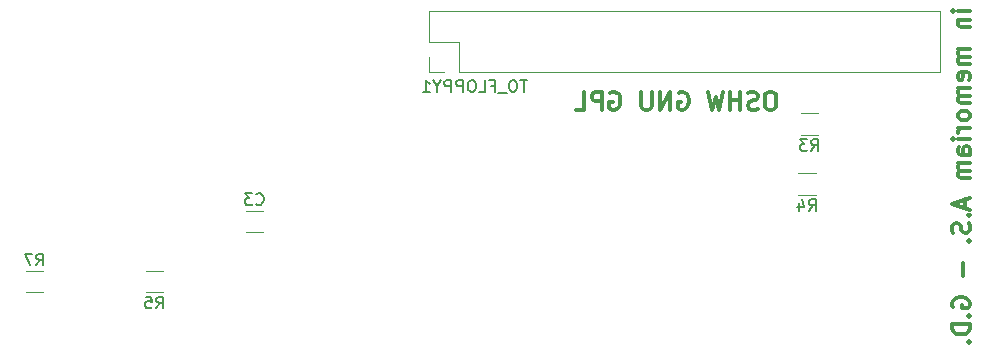
<source format=gbo>
%TF.GenerationSoftware,KiCad,Pcbnew,5.1.9+dfsg1-1*%
%TF.CreationDate,2022-04-01T11:17:58+02:00*%
%TF.ProjectId,AmigaPCDriveAdapter,416d6967-6150-4434-9472-697665416461,2.0*%
%TF.SameCoordinates,Original*%
%TF.FileFunction,Legend,Bot*%
%TF.FilePolarity,Positive*%
%FSLAX46Y46*%
G04 Gerber Fmt 4.6, Leading zero omitted, Abs format (unit mm)*
G04 Created by KiCad (PCBNEW 5.1.9+dfsg1-1) date 2022-04-01 11:17:58*
%MOMM*%
%LPD*%
G01*
G04 APERTURE LIST*
%ADD10C,0.300000*%
%ADD11C,0.120000*%
%ADD12C,0.150000*%
G04 APERTURE END LIST*
D10*
X199833571Y-86220000D02*
X198833571Y-86220000D01*
X198333571Y-86220000D02*
X198405000Y-86148571D01*
X198476428Y-86220000D01*
X198405000Y-86291428D01*
X198333571Y-86220000D01*
X198476428Y-86220000D01*
X198833571Y-86934285D02*
X199833571Y-86934285D01*
X198976428Y-86934285D02*
X198905000Y-87005714D01*
X198833571Y-87148571D01*
X198833571Y-87362857D01*
X198905000Y-87505714D01*
X199047857Y-87577142D01*
X199833571Y-87577142D01*
X199833571Y-89434285D02*
X198833571Y-89434285D01*
X198976428Y-89434285D02*
X198905000Y-89505714D01*
X198833571Y-89648571D01*
X198833571Y-89862857D01*
X198905000Y-90005714D01*
X199047857Y-90077142D01*
X199833571Y-90077142D01*
X199047857Y-90077142D02*
X198905000Y-90148571D01*
X198833571Y-90291428D01*
X198833571Y-90505714D01*
X198905000Y-90648571D01*
X199047857Y-90720000D01*
X199833571Y-90720000D01*
X199762142Y-92005714D02*
X199833571Y-91862857D01*
X199833571Y-91577142D01*
X199762142Y-91434285D01*
X199619285Y-91362857D01*
X199047857Y-91362857D01*
X198905000Y-91434285D01*
X198833571Y-91577142D01*
X198833571Y-91862857D01*
X198905000Y-92005714D01*
X199047857Y-92077142D01*
X199190714Y-92077142D01*
X199333571Y-91362857D01*
X199833571Y-92720000D02*
X198833571Y-92720000D01*
X198976428Y-92720000D02*
X198905000Y-92791428D01*
X198833571Y-92934285D01*
X198833571Y-93148571D01*
X198905000Y-93291428D01*
X199047857Y-93362857D01*
X199833571Y-93362857D01*
X199047857Y-93362857D02*
X198905000Y-93434285D01*
X198833571Y-93577142D01*
X198833571Y-93791428D01*
X198905000Y-93934285D01*
X199047857Y-94005714D01*
X199833571Y-94005714D01*
X199833571Y-94934285D02*
X199762142Y-94791428D01*
X199690714Y-94720000D01*
X199547857Y-94648571D01*
X199119285Y-94648571D01*
X198976428Y-94720000D01*
X198905000Y-94791428D01*
X198833571Y-94934285D01*
X198833571Y-95148571D01*
X198905000Y-95291428D01*
X198976428Y-95362857D01*
X199119285Y-95434285D01*
X199547857Y-95434285D01*
X199690714Y-95362857D01*
X199762142Y-95291428D01*
X199833571Y-95148571D01*
X199833571Y-94934285D01*
X199833571Y-96077142D02*
X198833571Y-96077142D01*
X199119285Y-96077142D02*
X198976428Y-96148571D01*
X198905000Y-96220000D01*
X198833571Y-96362857D01*
X198833571Y-96505714D01*
X199833571Y-97005714D02*
X198833571Y-97005714D01*
X198333571Y-97005714D02*
X198405000Y-96934285D01*
X198476428Y-97005714D01*
X198405000Y-97077142D01*
X198333571Y-97005714D01*
X198476428Y-97005714D01*
X199833571Y-98362857D02*
X199047857Y-98362857D01*
X198905000Y-98291428D01*
X198833571Y-98148571D01*
X198833571Y-97862857D01*
X198905000Y-97720000D01*
X199762142Y-98362857D02*
X199833571Y-98220000D01*
X199833571Y-97862857D01*
X199762142Y-97720000D01*
X199619285Y-97648571D01*
X199476428Y-97648571D01*
X199333571Y-97720000D01*
X199262142Y-97862857D01*
X199262142Y-98220000D01*
X199190714Y-98362857D01*
X199833571Y-99077142D02*
X198833571Y-99077142D01*
X198976428Y-99077142D02*
X198905000Y-99148571D01*
X198833571Y-99291428D01*
X198833571Y-99505714D01*
X198905000Y-99648571D01*
X199047857Y-99720000D01*
X199833571Y-99720000D01*
X199047857Y-99720000D02*
X198905000Y-99791428D01*
X198833571Y-99934285D01*
X198833571Y-100148571D01*
X198905000Y-100291428D01*
X199047857Y-100362857D01*
X199833571Y-100362857D01*
X199405000Y-102148571D02*
X199405000Y-102862857D01*
X199833571Y-102005714D02*
X198333571Y-102505714D01*
X199833571Y-103005714D01*
X199690714Y-103505714D02*
X199762142Y-103577142D01*
X199833571Y-103505714D01*
X199762142Y-103434285D01*
X199690714Y-103505714D01*
X199833571Y-103505714D01*
X199762142Y-104148571D02*
X199833571Y-104362857D01*
X199833571Y-104720000D01*
X199762142Y-104862857D01*
X199690714Y-104934285D01*
X199547857Y-105005714D01*
X199405000Y-105005714D01*
X199262142Y-104934285D01*
X199190714Y-104862857D01*
X199119285Y-104720000D01*
X199047857Y-104434285D01*
X198976428Y-104291428D01*
X198905000Y-104220000D01*
X198762142Y-104148571D01*
X198619285Y-104148571D01*
X198476428Y-104220000D01*
X198405000Y-104291428D01*
X198333571Y-104434285D01*
X198333571Y-104791428D01*
X198405000Y-105005714D01*
X199690714Y-105648571D02*
X199762142Y-105720000D01*
X199833571Y-105648571D01*
X199762142Y-105577142D01*
X199690714Y-105648571D01*
X199833571Y-105648571D01*
X199262142Y-107505714D02*
X199262142Y-108648571D01*
X198405000Y-111291428D02*
X198333571Y-111148571D01*
X198333571Y-110934285D01*
X198405000Y-110720000D01*
X198547857Y-110577142D01*
X198690714Y-110505714D01*
X198976428Y-110434285D01*
X199190714Y-110434285D01*
X199476428Y-110505714D01*
X199619285Y-110577142D01*
X199762142Y-110720000D01*
X199833571Y-110934285D01*
X199833571Y-111077142D01*
X199762142Y-111291428D01*
X199690714Y-111362857D01*
X199190714Y-111362857D01*
X199190714Y-111077142D01*
X199690714Y-112005714D02*
X199762142Y-112077142D01*
X199833571Y-112005714D01*
X199762142Y-111934285D01*
X199690714Y-112005714D01*
X199833571Y-112005714D01*
X199833571Y-112720000D02*
X198333571Y-112720000D01*
X198333571Y-113077142D01*
X198405000Y-113291428D01*
X198547857Y-113434285D01*
X198690714Y-113505714D01*
X198976428Y-113577142D01*
X199190714Y-113577142D01*
X199476428Y-113505714D01*
X199619285Y-113434285D01*
X199762142Y-113291428D01*
X199833571Y-113077142D01*
X199833571Y-112720000D01*
X199690714Y-114220000D02*
X199762142Y-114291428D01*
X199833571Y-114220000D01*
X199762142Y-114148571D01*
X199690714Y-114220000D01*
X199833571Y-114220000D01*
X183096428Y-93048571D02*
X182810714Y-93048571D01*
X182667857Y-93120000D01*
X182525000Y-93262857D01*
X182453571Y-93548571D01*
X182453571Y-94048571D01*
X182525000Y-94334285D01*
X182667857Y-94477142D01*
X182810714Y-94548571D01*
X183096428Y-94548571D01*
X183239285Y-94477142D01*
X183382142Y-94334285D01*
X183453571Y-94048571D01*
X183453571Y-93548571D01*
X183382142Y-93262857D01*
X183239285Y-93120000D01*
X183096428Y-93048571D01*
X181882142Y-94477142D02*
X181667857Y-94548571D01*
X181310714Y-94548571D01*
X181167857Y-94477142D01*
X181096428Y-94405714D01*
X181025000Y-94262857D01*
X181025000Y-94120000D01*
X181096428Y-93977142D01*
X181167857Y-93905714D01*
X181310714Y-93834285D01*
X181596428Y-93762857D01*
X181739285Y-93691428D01*
X181810714Y-93620000D01*
X181882142Y-93477142D01*
X181882142Y-93334285D01*
X181810714Y-93191428D01*
X181739285Y-93120000D01*
X181596428Y-93048571D01*
X181239285Y-93048571D01*
X181025000Y-93120000D01*
X180382142Y-94548571D02*
X180382142Y-93048571D01*
X180382142Y-93762857D02*
X179525000Y-93762857D01*
X179525000Y-94548571D02*
X179525000Y-93048571D01*
X178953571Y-93048571D02*
X178596428Y-94548571D01*
X178310714Y-93477142D01*
X178025000Y-94548571D01*
X177667857Y-93048571D01*
X175167857Y-93120000D02*
X175310714Y-93048571D01*
X175525000Y-93048571D01*
X175739285Y-93120000D01*
X175882142Y-93262857D01*
X175953571Y-93405714D01*
X176025000Y-93691428D01*
X176025000Y-93905714D01*
X175953571Y-94191428D01*
X175882142Y-94334285D01*
X175739285Y-94477142D01*
X175525000Y-94548571D01*
X175382142Y-94548571D01*
X175167857Y-94477142D01*
X175096428Y-94405714D01*
X175096428Y-93905714D01*
X175382142Y-93905714D01*
X174453571Y-94548571D02*
X174453571Y-93048571D01*
X173596428Y-94548571D01*
X173596428Y-93048571D01*
X172882142Y-93048571D02*
X172882142Y-94262857D01*
X172810714Y-94405714D01*
X172739285Y-94477142D01*
X172596428Y-94548571D01*
X172310714Y-94548571D01*
X172167857Y-94477142D01*
X172096428Y-94405714D01*
X172025000Y-94262857D01*
X172025000Y-93048571D01*
X169382142Y-93120000D02*
X169525000Y-93048571D01*
X169739285Y-93048571D01*
X169953571Y-93120000D01*
X170096428Y-93262857D01*
X170167857Y-93405714D01*
X170239285Y-93691428D01*
X170239285Y-93905714D01*
X170167857Y-94191428D01*
X170096428Y-94334285D01*
X169953571Y-94477142D01*
X169739285Y-94548571D01*
X169596428Y-94548571D01*
X169382142Y-94477142D01*
X169310714Y-94405714D01*
X169310714Y-93905714D01*
X169596428Y-93905714D01*
X168667857Y-94548571D02*
X168667857Y-93048571D01*
X168096428Y-93048571D01*
X167953571Y-93120000D01*
X167882142Y-93191428D01*
X167810714Y-93334285D01*
X167810714Y-93548571D01*
X167882142Y-93691428D01*
X167953571Y-93762857D01*
X168096428Y-93834285D01*
X168667857Y-93834285D01*
X166453571Y-94548571D02*
X167167857Y-94548571D01*
X167167857Y-93048571D01*
D11*
X121359064Y-108200000D02*
X119904936Y-108200000D01*
X121359064Y-110020000D02*
X119904936Y-110020000D01*
X130064936Y-110020000D02*
X131519064Y-110020000D01*
X130064936Y-108200000D02*
X131519064Y-108200000D01*
X185310936Y-101765000D02*
X186765064Y-101765000D01*
X185310936Y-99945000D02*
X186765064Y-99945000D01*
X185510936Y-96685000D02*
X186965064Y-96685000D01*
X185510936Y-94865000D02*
X186965064Y-94865000D01*
X139959252Y-103120000D02*
X138536748Y-103120000D01*
X139959252Y-104940000D02*
X138536748Y-104940000D01*
X154010000Y-86190000D02*
X154010000Y-88790000D01*
X154010000Y-86190000D02*
X197310000Y-86190000D01*
X197310000Y-86190000D02*
X197310000Y-91390000D01*
X156610000Y-91390000D02*
X197310000Y-91390000D01*
X156610000Y-88790000D02*
X156610000Y-91390000D01*
X154010000Y-88790000D02*
X156610000Y-88790000D01*
X154010000Y-91390000D02*
X155340000Y-91390000D01*
X154010000Y-90060000D02*
X154010000Y-91390000D01*
D12*
X120798666Y-107742380D02*
X121132000Y-107266190D01*
X121370095Y-107742380D02*
X121370095Y-106742380D01*
X120989142Y-106742380D01*
X120893904Y-106790000D01*
X120846285Y-106837619D01*
X120798666Y-106932857D01*
X120798666Y-107075714D01*
X120846285Y-107170952D01*
X120893904Y-107218571D01*
X120989142Y-107266190D01*
X121370095Y-107266190D01*
X120465333Y-106742380D02*
X119798666Y-106742380D01*
X120227238Y-107742380D01*
X130958666Y-111382380D02*
X131292000Y-110906190D01*
X131530095Y-111382380D02*
X131530095Y-110382380D01*
X131149142Y-110382380D01*
X131053904Y-110430000D01*
X131006285Y-110477619D01*
X130958666Y-110572857D01*
X130958666Y-110715714D01*
X131006285Y-110810952D01*
X131053904Y-110858571D01*
X131149142Y-110906190D01*
X131530095Y-110906190D01*
X130053904Y-110382380D02*
X130530095Y-110382380D01*
X130577714Y-110858571D01*
X130530095Y-110810952D01*
X130434857Y-110763333D01*
X130196761Y-110763333D01*
X130101523Y-110810952D01*
X130053904Y-110858571D01*
X130006285Y-110953809D01*
X130006285Y-111191904D01*
X130053904Y-111287142D01*
X130101523Y-111334761D01*
X130196761Y-111382380D01*
X130434857Y-111382380D01*
X130530095Y-111334761D01*
X130577714Y-111287142D01*
X186204666Y-103127380D02*
X186538000Y-102651190D01*
X186776095Y-103127380D02*
X186776095Y-102127380D01*
X186395142Y-102127380D01*
X186299904Y-102175000D01*
X186252285Y-102222619D01*
X186204666Y-102317857D01*
X186204666Y-102460714D01*
X186252285Y-102555952D01*
X186299904Y-102603571D01*
X186395142Y-102651190D01*
X186776095Y-102651190D01*
X185347523Y-102460714D02*
X185347523Y-103127380D01*
X185585619Y-102079761D02*
X185823714Y-102794047D01*
X185204666Y-102794047D01*
X186404666Y-98047380D02*
X186738000Y-97571190D01*
X186976095Y-98047380D02*
X186976095Y-97047380D01*
X186595142Y-97047380D01*
X186499904Y-97095000D01*
X186452285Y-97142619D01*
X186404666Y-97237857D01*
X186404666Y-97380714D01*
X186452285Y-97475952D01*
X186499904Y-97523571D01*
X186595142Y-97571190D01*
X186976095Y-97571190D01*
X186071333Y-97047380D02*
X185452285Y-97047380D01*
X185785619Y-97428333D01*
X185642761Y-97428333D01*
X185547523Y-97475952D01*
X185499904Y-97523571D01*
X185452285Y-97618809D01*
X185452285Y-97856904D01*
X185499904Y-97952142D01*
X185547523Y-97999761D01*
X185642761Y-98047380D01*
X185928476Y-98047380D01*
X186023714Y-97999761D01*
X186071333Y-97952142D01*
X139414666Y-102537142D02*
X139462285Y-102584761D01*
X139605142Y-102632380D01*
X139700380Y-102632380D01*
X139843238Y-102584761D01*
X139938476Y-102489523D01*
X139986095Y-102394285D01*
X140033714Y-102203809D01*
X140033714Y-102060952D01*
X139986095Y-101870476D01*
X139938476Y-101775238D01*
X139843238Y-101680000D01*
X139700380Y-101632380D01*
X139605142Y-101632380D01*
X139462285Y-101680000D01*
X139414666Y-101727619D01*
X139081333Y-101632380D02*
X138462285Y-101632380D01*
X138795619Y-102013333D01*
X138652761Y-102013333D01*
X138557523Y-102060952D01*
X138509904Y-102108571D01*
X138462285Y-102203809D01*
X138462285Y-102441904D01*
X138509904Y-102537142D01*
X138557523Y-102584761D01*
X138652761Y-102632380D01*
X138938476Y-102632380D01*
X139033714Y-102584761D01*
X139081333Y-102537142D01*
X162332380Y-92052380D02*
X161760952Y-92052380D01*
X162046666Y-93052380D02*
X162046666Y-92052380D01*
X161237142Y-92052380D02*
X161046666Y-92052380D01*
X160951428Y-92100000D01*
X160856190Y-92195238D01*
X160808571Y-92385714D01*
X160808571Y-92719047D01*
X160856190Y-92909523D01*
X160951428Y-93004761D01*
X161046666Y-93052380D01*
X161237142Y-93052380D01*
X161332380Y-93004761D01*
X161427619Y-92909523D01*
X161475238Y-92719047D01*
X161475238Y-92385714D01*
X161427619Y-92195238D01*
X161332380Y-92100000D01*
X161237142Y-92052380D01*
X160618095Y-93147619D02*
X159856190Y-93147619D01*
X159284761Y-92528571D02*
X159618095Y-92528571D01*
X159618095Y-93052380D02*
X159618095Y-92052380D01*
X159141904Y-92052380D01*
X158284761Y-93052380D02*
X158760952Y-93052380D01*
X158760952Y-92052380D01*
X157760952Y-92052380D02*
X157570476Y-92052380D01*
X157475238Y-92100000D01*
X157380000Y-92195238D01*
X157332380Y-92385714D01*
X157332380Y-92719047D01*
X157380000Y-92909523D01*
X157475238Y-93004761D01*
X157570476Y-93052380D01*
X157760952Y-93052380D01*
X157856190Y-93004761D01*
X157951428Y-92909523D01*
X157999047Y-92719047D01*
X157999047Y-92385714D01*
X157951428Y-92195238D01*
X157856190Y-92100000D01*
X157760952Y-92052380D01*
X156903809Y-93052380D02*
X156903809Y-92052380D01*
X156522857Y-92052380D01*
X156427619Y-92100000D01*
X156380000Y-92147619D01*
X156332380Y-92242857D01*
X156332380Y-92385714D01*
X156380000Y-92480952D01*
X156427619Y-92528571D01*
X156522857Y-92576190D01*
X156903809Y-92576190D01*
X155903809Y-93052380D02*
X155903809Y-92052380D01*
X155522857Y-92052380D01*
X155427619Y-92100000D01*
X155380000Y-92147619D01*
X155332380Y-92242857D01*
X155332380Y-92385714D01*
X155380000Y-92480952D01*
X155427619Y-92528571D01*
X155522857Y-92576190D01*
X155903809Y-92576190D01*
X154713333Y-92576190D02*
X154713333Y-93052380D01*
X155046666Y-92052380D02*
X154713333Y-92576190D01*
X154380000Y-92052380D01*
X153522857Y-93052380D02*
X154094285Y-93052380D01*
X153808571Y-93052380D02*
X153808571Y-92052380D01*
X153903809Y-92195238D01*
X153999047Y-92290476D01*
X154094285Y-92338095D01*
M02*

</source>
